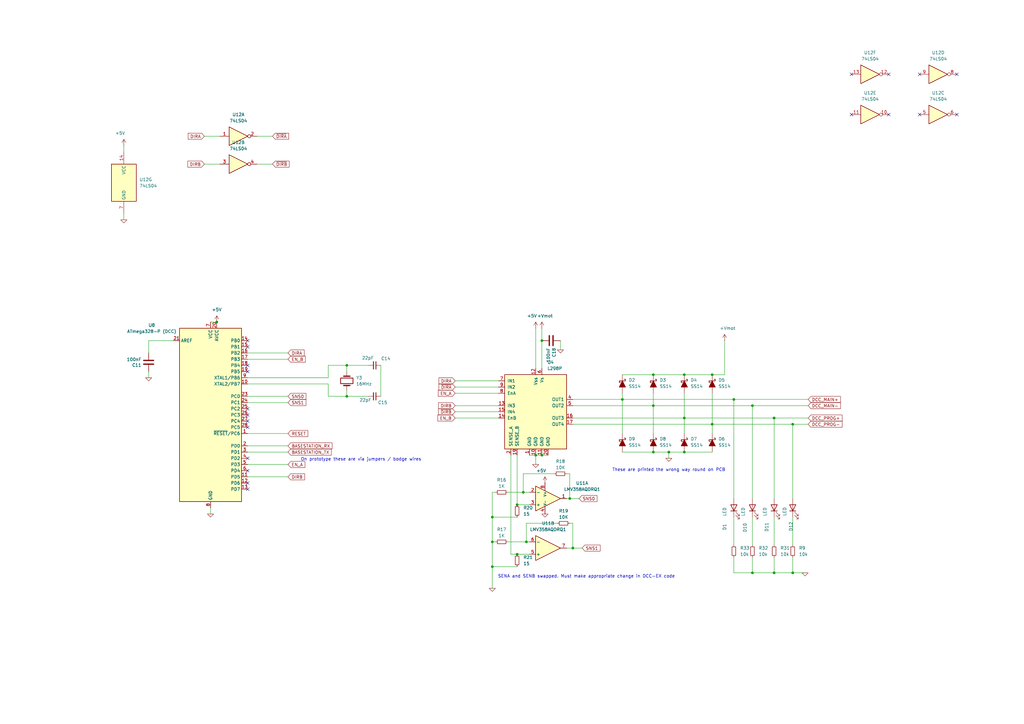
<source format=kicad_sch>
(kicad_sch (version 20231120) (generator "eeschema") (generator_version "8.0")
  (paper "A3")
  (lib_symbols
    (symbol "74xx:74LS04"
      (property "Reference" "U" (at 0 1.27 0))
      (property "Value" "74LS04" (at 0 -1.27 0))
      (symbol "74LS04_1_0"
        (polyline (pts (xy -3.81 3.81) (xy -3.81 -3.81) (xy 3.81 0) (xy -3.81 3.81)) (stroke (width 0.254)) (fill (type background)))
        (pin input line (at -7.62 0 0) (length 3.81) (name "~") (number "1"))
        (pin output inverted (at 7.62 0 180) (length 3.81) (name "~") (number "2"))
      )
      (symbol "74LS04_2_0"
        (polyline (pts (xy -3.81 3.81) (xy -3.81 -3.81) (xy 3.81 0) (xy -3.81 3.81)) (stroke (width 0.254)) (fill (type background)))
        (pin input line (at -7.62 0 0) (length 3.81) (name "~") (number "3"))
        (pin output inverted (at 7.62 0 180) (length 3.81) (name "~") (number "4"))
      )
      (symbol "74LS04_3_0"
        (polyline (pts (xy -3.81 3.81) (xy -3.81 -3.81) (xy 3.81 0) (xy -3.81 3.81)) (stroke (width 0.254)) (fill (type background)))
        (pin input line (at -7.62 0 0) (length 3.81) (name "~") (number "5"))
        (pin output inverted (at 7.62 0 180) (length 3.81) (name "~") (number "6"))
      )
      (symbol "74LS04_4_0"
        (polyline (pts (xy -3.81 3.81) (xy -3.81 -3.81) (xy 3.81 0) (xy -3.81 3.81)) (stroke (width 0.254)) (fill (type background)))
        (pin output inverted (at 7.62 0 180) (length 3.81) (name "~") (number "8"))
        (pin input line (at -7.62 0 0) (length 3.81) (name "~") (number "9"))
      )
      (symbol "74LS04_5_0"
        (polyline (pts (xy -3.81 3.81) (xy -3.81 -3.81) (xy 3.81 0) (xy -3.81 3.81)) (stroke (width 0.254)) (fill (type background)))
        (pin output inverted (at 7.62 0 180) (length 3.81) (name "~") (number "10"))
        (pin input line (at -7.62 0 0) (length 3.81) (name "~") (number "11"))
      )
      (symbol "74LS04_6_0"
        (polyline (pts (xy -3.81 3.81) (xy -3.81 -3.81) (xy 3.81 0) (xy -3.81 3.81)) (stroke (width 0.254)) (fill (type background)))
        (pin output inverted (at 7.62 0 180) (length 3.81) (name "~") (number "12"))
        (pin input line (at -7.62 0 0) (length 3.81) (name "~") (number "13"))
      )
      (symbol "74LS04_7_0"
        (pin power_in line (at 0 12.7 270) (length 5.08) (name "VCC") (number "14"))
        (pin power_in line (at 0 -12.7 90) (length 5.08) (name "GND") (number "7"))
      )
      (symbol "74LS04_7_1"
        (rectangle (start -5.08 7.62) (end 5.08 -7.62) (stroke (width 0.254)) (fill (type background)))
      )
    )
    (symbol "Device:C" (pin_numbers hide) (pin_names (offset 0.254))
      (property "Reference" "C" (at 0.635 2.54 0))
      (property "Value" "C" (at 0.635 -2.54 0))
      (symbol "C_0_1"
        (polyline (pts (xy -2.032 -0.762) (xy 2.032 -0.762)) (stroke (width 0.508)))
        (polyline (pts (xy -2.032 0.762) (xy 2.032 0.762)) (stroke (width 0.508)))
      )
      (symbol "C_1_1"
        (pin passive line (at 0 3.81 270) (length 2.794) (name "~") (number "1"))
        (pin passive line (at 0 -3.81 90) (length 2.794) (name "~") (number "2"))
      )
    )
    (symbol "Device:C_Small" (pin_numbers hide) (pin_names (offset 0.254) hide)
      (property "Reference" "C" (at 0.254 1.778 0))
      (property "Value" "C_Small" (at 0.254 -2.032 0))
      (symbol "C_Small_0_1"
        (polyline (pts (xy -1.524 -0.508) (xy 1.524 -0.508)) (stroke (width 0.3302)))
        (polyline (pts (xy -1.524 0.508) (xy 1.524 0.508)) (stroke (width 0.3048)))
      )
      (symbol "C_Small_1_1"
        (pin passive line (at 0 2.54 270) (length 2.032) (name "~") (number "1"))
        (pin passive line (at 0 -2.54 90) (length 2.032) (name "~") (number "2"))
      )
    )
    (symbol "Device:Crystal" (pin_numbers hide) (pin_names (offset 1.016) hide)
      (property "Reference" "Y" (at 0 3.81 0))
      (property "Value" "Crystal" (at 0 -3.81 0))
      (symbol "Crystal_0_1"
        (rectangle (start -1.143 2.54) (end 1.143 -2.54) (stroke (width 0.3048)))
        (polyline (pts (xy -2.54 0) (xy -1.905 0)))
        (polyline (pts (xy -1.905 -1.27) (xy -1.905 1.27)) (stroke (width 0.508)))
        (polyline (pts (xy 1.905 -1.27) (xy 1.905 1.27)) (stroke (width 0.508)))
        (polyline (pts (xy 2.54 0) (xy 1.905 0)))
      )
      (symbol "Crystal_1_1"
        (pin passive line (at -3.81 0 0) (length 1.27) (name "1") (number "1"))
        (pin passive line (at 3.81 0 180) (length 1.27) (name "2") (number "2"))
      )
    )
    (symbol "Device:LED" (pin_numbers hide) (pin_names (offset 1.016) hide)
      (property "Reference" "D" (at 0 2.54 0))
      (property "Value" "LED" (at 0 -2.54 0))
      (symbol "LED_0_1"
        (polyline (pts (xy -1.27 -1.27) (xy -1.27 1.27)) (stroke (width 0.254)))
        (polyline (pts (xy -1.27 0) (xy 1.27 0)))
        (polyline (pts (xy 1.27 -1.27) (xy 1.27 1.27) (xy -1.27 0) (xy 1.27 -1.27)) (stroke (width 0.254)))
        (polyline (pts (xy -3.048 -0.762) (xy -4.572 -2.286) (xy -3.81 -2.286) (xy -4.572 -2.286) (xy -4.572 -1.524)))
        (polyline (pts (xy -1.778 -0.762) (xy -3.302 -2.286) (xy -2.54 -2.286) (xy -3.302 -2.286) (xy -3.302 -1.524)))
      )
      (symbol "LED_1_1"
        (pin passive line (at -3.81 0 0) (length 2.54) (name "K") (number "1"))
        (pin passive line (at 3.81 0 180) (length 2.54) (name "A") (number "2"))
      )
    )
    (symbol "Device:R_Small" (pin_numbers hide) (pin_names (offset 0.254) hide)
      (property "Reference" "R" (at 0.762 0.508 0))
      (property "Value" "R_Small" (at 0.762 -1.016 0))
      (symbol "R_Small_0_1"
        (rectangle (start -0.762 1.778) (end 0.762 -1.778) (stroke (width 0.2032)))
      )
      (symbol "R_Small_1_1"
        (pin passive line (at 0 2.54 270) (length 0.762) (name "~") (number "1"))
        (pin passive line (at 0 -2.54 90) (length 0.762) (name "~") (number "2"))
      )
    )
    (symbol "Driver_Motor:L298P" (pin_names (offset 1.016))
      (property "Reference" "U4" (at 4.7341 20.32 0))
      (property "Value" "L298P" (at 4.7341 17.78 0))
      (symbol "L298P_0_1"
        (rectangle (start -12.7 15.24) (end 12.7 -15.24) (stroke (width 0.254)) (fill (type background)))
      )
      (symbol "L298P_1_1"
        (pin power_in line (at -2.54 -17.78 90) (length 2.54) (name "GND") (number "1"))
        (pin power_in line (at 0 -17.78 90) (length 2.54) (name "GND") (number "10"))
        (pin power_in line (at 2.54 -17.78 90) (length 2.54) (name "GND") (number "11"))
        (pin power_in line (at 0 17.78 270) (length 2.54) (name "Vss") (number "12"))
        (pin input line (at -15.24 2.54 0) (length 2.54) (name "IN3") (number "13"))
        (pin input line (at -15.24 -2.54 0) (length 2.54) (name "EnB") (number "14"))
        (pin input line (at -15.24 0 0) (length 2.54) (name "IN4") (number "15"))
        (pin output line (at 15.24 -2.54 180) (length 2.54) (name "OUT3") (number "16"))
        (pin output line (at 15.24 -5.08 180) (length 2.54) (name "OUT4") (number "17"))
        (pin no_connect line (at 12.7 10.16 180) (length 2.54) hide (name "NC") (number "18"))
        (pin passive line (at -7.62 -17.78 90) (length 2.54) (name "SENSE_B") (number "19"))
        (pin passive line (at -10.16 -17.78 90) (length 2.54) (name "SENSE_A") (number "2"))
        (pin power_in line (at 5.08 -17.78 90) (length 2.54) (name "GND") (number "20"))
        (pin no_connect line (at 12.7 12.7 180) (length 2.54) hide (name "NC") (number "3"))
        (pin output line (at 15.24 5.08 180) (length 2.54) (name "OUT1") (number "4"))
        (pin output line (at 15.24 2.54 180) (length 2.54) (name "OUT2") (number "5"))
        (pin power_in line (at 2.54 17.78 270) (length 2.54) (name "Vs") (number "6"))
        (pin input line (at -15.24 12.7 0) (length 2.54) (name "IN1") (number "7"))
        (pin input line (at -15.24 7.62 0) (length 2.54) (name "EnA") (number "8"))
        (pin input line (at -15.24 10.16 0) (length 2.54) (name "IN2") (number "9"))
      )
    )
    (symbol "MCU_Microchip_ATmega:ATmega328-P"
      (property "Reference" "U" (at -12.7 36.83 0))
      (property "Value" "ATmega328-P" (at 2.54 -36.83 0))
      (symbol "ATmega328-P_0_1"
        (rectangle (start -12.7 -35.56) (end 12.7 35.56) (stroke (width 0.254)) (fill (type background)))
      )
      (symbol "ATmega328-P_1_1"
        (pin bidirectional line (at 15.24 -7.62 180) (length 2.54) (name "~{RESET}/PC6") (number "1"))
        (pin bidirectional line (at 15.24 12.7 180) (length 2.54) (name "XTAL2/PB7") (number "10"))
        (pin bidirectional line (at 15.24 -25.4 180) (length 2.54) (name "PD5") (number "11"))
        (pin bidirectional line (at 15.24 -27.94 180) (length 2.54) (name "PD6") (number "12"))
        (pin bidirectional line (at 15.24 -30.48 180) (length 2.54) (name "PD7") (number "13"))
        (pin bidirectional line (at 15.24 30.48 180) (length 2.54) (name "PB0") (number "14"))
        (pin bidirectional line (at 15.24 27.94 180) (length 2.54) (name "PB1") (number "15"))
        (pin bidirectional line (at 15.24 25.4 180) (length 2.54) (name "PB2") (number "16"))
        (pin bidirectional line (at 15.24 22.86 180) (length 2.54) (name "PB3") (number "17"))
        (pin bidirectional line (at 15.24 20.32 180) (length 2.54) (name "PB4") (number "18"))
        (pin bidirectional line (at 15.24 17.78 180) (length 2.54) (name "PB5") (number "19"))
        (pin bidirectional line (at 15.24 -12.7 180) (length 2.54) (name "PD0") (number "2"))
        (pin power_in line (at 2.54 38.1 270) (length 2.54) (name "AVCC") (number "20"))
        (pin passive line (at -15.24 30.48 0) (length 2.54) (name "AREF") (number "21"))
        (pin passive line (at 0 -38.1 90) (length 2.54) hide (name "GND") (number "22"))
        (pin bidirectional line (at 15.24 7.62 180) (length 2.54) (name "PC0") (number "23"))
        (pin bidirectional line (at 15.24 5.08 180) (length 2.54) (name "PC1") (number "24"))
        (pin bidirectional line (at 15.24 2.54 180) (length 2.54) (name "PC2") (number "25"))
        (pin bidirectional line (at 15.24 0 180) (length 2.54) (name "PC3") (number "26"))
        (pin bidirectional line (at 15.24 -2.54 180) (length 2.54) (name "PC4") (number "27"))
        (pin bidirectional line (at 15.24 -5.08 180) (length 2.54) (name "PC5") (number "28"))
        (pin bidirectional line (at 15.24 -15.24 180) (length 2.54) (name "PD1") (number "3"))
        (pin bidirectional line (at 15.24 -17.78 180) (length 2.54) (name "PD2") (number "4"))
        (pin bidirectional line (at 15.24 -20.32 180) (length 2.54) (name "PD3") (number "5"))
        (pin bidirectional line (at 15.24 -22.86 180) (length 2.54) (name "PD4") (number "6"))
        (pin power_in line (at 0 38.1 270) (length 2.54) (name "VCC") (number "7"))
        (pin power_in line (at 0 -38.1 90) (length 2.54) (name "GND") (number "8"))
        (pin bidirectional line (at 15.24 15.24 180) (length 2.54) (name "XTAL1/PB6") (number "9"))
      )
    )
    (symbol "PCM_Amplifier_Operational_AKL:LMV358M8" (pin_names (offset 0.2))
      (property "Reference" "U" (at 2.54 7.62 0))
      (property "Value" "LMV358M8" (at 2.54 5.08 0))
      (symbol "LMV358M8_0_1"
        (polyline (pts (xy -3.81 5.08) (xy -3.81 -5.08) (xy 6.35 0) (xy -3.81 5.08)) (stroke (width 0.254)) (fill (type background)))
      )
      (symbol "LMV358M8_1_1"
        (pin output line (at 8.89 0 180) (length 2.54) (name "~") (number "1"))
        (pin input line (at -6.35 2.54 0) (length 2.54) (name "-") (number "2"))
        (pin input line (at -6.35 -2.54 0) (length 2.54) (name "+") (number "3"))
        (pin power_in line (at 0 -6.35 90) (length 3.18) (name "V-") (number "4"))
        (pin power_in line (at 0 6.35 270) (length 3.18) (name "V+") (number "8"))
      )
      (symbol "LMV358M8_2_1"
        (pin input line (at -6.35 -2.54 0) (length 2.54) (name "+") (number "5"))
        (pin input line (at -6.35 2.54 0) (length 2.54) (name "-") (number "6"))
        (pin output line (at 8.89 0 180) (length 2.54) (name "~") (number "7"))
      )
    )
    (symbol "PCM_Diode_Schottky_AKL:D_Schottky_Generic" (pin_numbers hide) (pin_names (offset 1.016) hide)
      (property "Reference" "D" (at 0 7.62 0))
      (property "Value" "D_Schottky_Generic" (at 0 5.08 0))
      (symbol "D_Schottky_Generic_0_1"
        (polyline (pts (xy -1.27 0) (xy 1.27 0)))
        (polyline (pts (xy -1.27 -1.27) (xy -1.27 1.27) (xy 1.27 0) (xy -1.27 -1.27)) (stroke (width 0.254)) (fill (type outline)))
        (polyline (pts (xy 1.905 -0.762) (xy 1.905 -1.27) (xy 1.27 -1.27) (xy 1.27 1.27) (xy 0.635 1.27) (xy 0.635 0.762)) (stroke (width 0.254)))
      )
      (symbol "D_Schottky_Generic_0_2"
        (polyline (pts (xy -2.54 -2.54) (xy 2.54 2.54)))
        (polyline (pts (xy 0 1.778) (xy 1.778 0)) (stroke (width 0.254)))
        (polyline (pts (xy 0 1.778) (xy -0.381 1.397) (xy 0 1.016)) (stroke (width 0.254)))
        (polyline (pts (xy 1.778 0) (xy 2.159 0.381) (xy 1.778 0.762)) (stroke (width 0.254)))
        (polyline (pts (xy -0.889 -0.889) (xy -1.778 0) (xy 0.889 0.889) (xy 0 -1.778) (xy -0.889 -0.889)) (stroke (width 0.254)) (fill (type outline)))
      )
      (symbol "D_Schottky_Generic_1_1"
        (pin passive line (at 3.81 0 180) (length 2.54) (name "K") (number "1"))
        (pin passive line (at -3.81 0 0) (length 2.54) (name "A") (number "2"))
      )
      (symbol "D_Schottky_Generic_1_2"
        (pin passive line (at 2.54 2.54 180) (length 0) (name "K") (number "1"))
        (pin passive line (at -2.54 -2.54 0) (length 0) (name "A") (number "2"))
      )
    )
    (symbol "power:+15V" (power) (pin_numbers hide) (pin_names (offset 0) hide)
      (property "Value" "+15V" (at 0 3.556 0))
      (symbol "+15V_0_1"
        (polyline (pts (xy -0.762 1.27) (xy 0 2.54)))
        (polyline (pts (xy 0 0) (xy 0 2.54)))
        (polyline (pts (xy 0 2.54) (xy 0.762 1.27)))
      )
      (symbol "+15V_1_1"
        (pin power_in line (at 0 0 90) (length 0) (name "~") (number "1"))
      )
    )
    (symbol "power:+5V" (power) (pin_numbers hide) (pin_names (offset 0) hide)
      (property "Value" "+5V" (at 0 3.556 0))
      (symbol "+5V_0_1"
        (polyline (pts (xy -0.762 1.27) (xy 0 2.54)))
        (polyline (pts (xy 0 0) (xy 0 2.54)))
        (polyline (pts (xy 0 2.54) (xy 0.762 1.27)))
      )
      (symbol "+5V_1_1"
        (pin power_in line (at 0 0 90) (length 0) (name "~") (number "1"))
      )
    )
    (symbol "railway-rescue:GND-power" (power) (pin_names (offset 0))
      (symbol "GND-power_0_1"
        (polyline (pts (xy -1.27 0) (xy 0 -1.27) (xy 1.27 0) (xy -1.27 0)))
      )
      (symbol "GND-power_1_1"
        (pin power_in line (at 0 0 90) (length 0) hide (name "GND") (number "1"))
      )
    )
  )
  (junction (at 292.1 153.67))
  (junction (at 317.5 234.95))
  (junction (at 274.32 185.42))
  (junction (at 212.09 207.01))
  (junction (at 317.5 171.45))
  (junction (at 201.93 212.09))
  (junction (at 215.9 222.25))
  (junction (at 308.61 234.95))
  (junction (at 292.1 173.99))
  (junction (at 88.9 132.08))
  (junction (at 308.61 166.37))
  (junction (at 300.99 163.83))
  (junction (at 142.24 162.56))
  (junction (at 212.09 227.33))
  (junction (at 267.97 153.67))
  (junction (at 267.97 185.42))
  (junction (at 222.25 186.69))
  (junction (at 142.24 149.86))
  (junction (at 234.95 224.79))
  (junction (at 280.67 185.42))
  (junction (at 325.12 173.99))
  (junction (at 325.12 234.95))
  (junction (at 280.67 171.45))
  (junction (at 214.63 201.93))
  (junction (at 201.93 232.41))
  (junction (at 255.27 163.83))
  (junction (at 201.93 222.25))
  (junction (at 233.68 204.47))
  (junction (at 280.67 153.67))
  (junction (at 222.25 139.7))
  (junction (at 267.97 166.37))
  (junction (at 219.71 186.69))
  (no_connect (at 392.43 30.48))
  (no_connect (at 101.6 193.04))
  (no_connect (at 101.6 175.26))
  (no_connect (at 377.19 30.48))
  (no_connect (at 364.49 46.99))
  (no_connect (at 101.6 167.64))
  (no_connect (at 101.6 152.4))
  (no_connect (at 101.6 200.66))
  (no_connect (at 377.19 46.99))
  (no_connect (at 101.6 139.7))
  (no_connect (at 392.43 46.99))
  (no_connect (at 349.25 46.99))
  (no_connect (at 101.6 187.96))
  (no_connect (at 101.6 172.72))
  (no_connect (at 101.6 170.18))
  (no_connect (at 349.25 30.48))
  (no_connect (at 364.49 30.48))
  (no_connect (at 101.6 142.24))
  (no_connect (at 101.6 149.86))
  (no_connect (at 101.6 198.12))
  (wire (pts (xy 292.1 153.67) (xy 297.18 153.67)))
  (wire (pts (xy 233.68 204.47) (xy 237.49 204.47)))
  (wire (pts (xy 71.12 139.7) (xy 60.96 139.7)))
  (wire (pts (xy 209.55 186.69) (xy 209.55 227.33)))
  (wire (pts (xy 274.32 187.96) (xy 274.32 185.42)))
  (wire (pts (xy 227.33 194.31) (xy 214.63 194.31)))
  (wire (pts (xy 105.41 67.31) (xy 111.76 67.31)))
  (wire (pts (xy 280.67 171.45) (xy 317.5 171.45)))
  (wire (pts (xy 255.27 161.29) (xy 255.27 163.83)))
  (wire (pts (xy 300.99 163.83) (xy 331.47 163.83)))
  (wire (pts (xy 201.93 222.25) (xy 201.93 232.41)))
  (wire (pts (xy 234.95 163.83) (xy 255.27 163.83)))
  (wire (pts (xy 325.12 173.99) (xy 331.47 173.99)))
  (wire (pts (xy 228.6 214.63) (xy 215.9 214.63)))
  (wire (pts (xy 209.55 227.33) (xy 212.09 227.33)))
  (wire (pts (xy 292.1 161.29) (xy 292.1 173.99)))
  (wire (pts (xy 267.97 161.29) (xy 267.97 166.37)))
  (wire (pts (xy 186.69 168.91) (xy 204.47 168.91)))
  (wire (pts (xy 234.95 173.99) (xy 292.1 173.99)))
  (wire (pts (xy 300.99 234.95) (xy 308.61 234.95)))
  (wire (pts (xy 101.6 195.58) (xy 118.11 195.58)))
  (wire (pts (xy 229.87 139.7) (xy 229.87 143.51)))
  (wire (pts (xy 219.71 186.69) (xy 222.25 186.69)))
  (wire (pts (xy 83.82 67.31) (xy 90.17 67.31)))
  (wire (pts (xy 233.68 214.63) (xy 234.95 214.63)))
  (wire (pts (xy 317.5 171.45) (xy 331.47 171.45)))
  (wire (pts (xy 134.62 162.56) (xy 142.24 162.56)))
  (wire (pts (xy 101.6 147.32) (xy 118.11 147.32)))
  (wire (pts (xy 292.1 173.99) (xy 292.1 177.8)))
  (wire (pts (xy 101.6 185.42) (xy 118.11 185.42)))
  (wire (pts (xy 105.41 55.88) (xy 111.76 55.88)))
  (wire (pts (xy 267.97 166.37) (xy 308.61 166.37)))
  (wire (pts (xy 325.12 228.6) (xy 325.12 234.95)))
  (wire (pts (xy 267.97 153.67) (xy 280.67 153.67)))
  (wire (pts (xy 300.99 163.83) (xy 300.99 204.47)))
  (wire (pts (xy 215.9 214.63) (xy 215.9 222.25)))
  (wire (pts (xy 308.61 228.6) (xy 308.61 234.95)))
  (wire (pts (xy 142.24 162.56) (xy 151.13 162.56)))
  (wire (pts (xy 222.25 134.62) (xy 222.25 139.7)))
  (wire (pts (xy 212.09 227.33) (xy 217.17 227.33)))
  (wire (pts (xy 297.18 153.67) (xy 297.18 139.7)))
  (wire (pts (xy 204.47 171.45) (xy 186.69 171.45)))
  (wire (pts (xy 232.41 224.79) (xy 234.95 224.79)))
  (wire (pts (xy 201.93 222.25) (xy 203.2 222.25)))
  (wire (pts (xy 267.97 166.37) (xy 267.97 177.8)))
  (wire (pts (xy 232.41 204.47) (xy 233.68 204.47)))
  (wire (pts (xy 219.71 134.62) (xy 219.71 151.13)))
  (wire (pts (xy 233.68 194.31) (xy 233.68 204.47)))
  (wire (pts (xy 274.32 185.42) (xy 280.67 185.42)))
  (wire (pts (xy 255.27 163.83) (xy 300.99 163.83)))
  (wire (pts (xy 214.63 194.31) (xy 214.63 201.93)))
  (wire (pts (xy 186.69 156.21) (xy 204.47 156.21)))
  (wire (pts (xy 134.62 157.48) (xy 134.62 162.56)))
  (wire (pts (xy 212.09 186.69) (xy 212.09 207.01)))
  (wire (pts (xy 234.95 171.45) (xy 280.67 171.45)))
  (wire (pts (xy 203.2 201.93) (xy 201.93 201.93)))
  (wire (pts (xy 50.8 59.69) (xy 50.8 62.23)))
  (wire (pts (xy 134.62 154.94) (xy 134.62 149.86)))
  (wire (pts (xy 60.96 152.4) (xy 60.96 154.94)))
  (wire (pts (xy 308.61 166.37) (xy 331.47 166.37)))
  (wire (pts (xy 232.41 194.31) (xy 233.68 194.31)))
  (wire (pts (xy 215.9 222.25) (xy 217.17 222.25)))
  (wire (pts (xy 222.25 186.69) (xy 224.79 186.69)))
  (wire (pts (xy 255.27 163.83) (xy 255.27 177.8)))
  (wire (pts (xy 234.95 224.79) (xy 238.76 224.79)))
  (wire (pts (xy 325.12 212.09) (xy 325.12 223.52)))
  (wire (pts (xy 186.69 161.29) (xy 204.47 161.29)))
  (wire (pts (xy 101.6 165.1) (xy 118.11 165.1)))
  (wire (pts (xy 234.95 214.63) (xy 234.95 224.79)))
  (wire (pts (xy 300.99 228.6) (xy 300.99 234.95)))
  (wire (pts (xy 325.12 204.47) (xy 325.12 173.99)))
  (wire (pts (xy 308.61 212.09) (xy 308.61 223.52)))
  (wire (pts (xy 255.27 185.42) (xy 267.97 185.42)))
  (wire (pts (xy 317.5 228.6) (xy 317.5 234.95)))
  (wire (pts (xy 219.71 186.69) (xy 219.71 190.5)))
  (wire (pts (xy 325.12 234.95) (xy 330.2 234.95)))
  (wire (pts (xy 201.93 232.41) (xy 212.09 232.41)))
  (wire (pts (xy 201.93 201.93) (xy 201.93 212.09)))
  (wire (pts (xy 101.6 177.8) (xy 118.11 177.8)))
  (wire (pts (xy 101.6 154.94) (xy 134.62 154.94)))
  (wire (pts (xy 142.24 149.86) (xy 151.13 149.86)))
  (wire (pts (xy 217.17 186.69) (xy 219.71 186.69)))
  (wire (pts (xy 317.5 171.45) (xy 317.5 204.47)))
  (wire (pts (xy 280.67 153.67) (xy 292.1 153.67)))
  (wire (pts (xy 201.93 232.41) (xy 201.93 241.3)))
  (wire (pts (xy 222.25 139.7) (xy 222.25 151.13)))
  (wire (pts (xy 292.1 173.99) (xy 325.12 173.99)))
  (wire (pts (xy 156.21 149.86) (xy 156.21 162.56)))
  (wire (pts (xy 142.24 149.86) (xy 142.24 152.4)))
  (wire (pts (xy 101.6 157.48) (xy 134.62 157.48)))
  (wire (pts (xy 134.62 149.86) (xy 142.24 149.86)))
  (wire (pts (xy 50.8 87.63) (xy 50.8 90.17)))
  (wire (pts (xy 214.63 201.93) (xy 208.28 201.93)))
  (wire (pts (xy 201.93 212.09) (xy 212.09 212.09)))
  (wire (pts (xy 317.5 234.95) (xy 325.12 234.95)))
  (wire (pts (xy 308.61 166.37) (xy 308.61 204.47)))
  (wire (pts (xy 308.61 234.95) (xy 317.5 234.95)))
  (wire (pts (xy 280.67 171.45) (xy 280.67 177.8)))
  (wire (pts (xy 86.36 132.08) (xy 88.9 132.08)))
  (wire (pts (xy 83.82 55.88) (xy 90.17 55.88)))
  (wire (pts (xy 201.93 212.09) (xy 201.93 222.25)))
  (wire (pts (xy 101.6 182.88) (xy 118.11 182.88)))
  (wire (pts (xy 101.6 162.56) (xy 118.11 162.56)))
  (wire (pts (xy 212.09 207.01) (xy 217.17 207.01)))
  (wire (pts (xy 142.24 160.02) (xy 142.24 162.56)))
  (wire (pts (xy 186.69 158.75) (xy 204.47 158.75)))
  (wire (pts (xy 280.67 161.29) (xy 280.67 171.45)))
  (wire (pts (xy 267.97 185.42) (xy 274.32 185.42)))
  (wire (pts (xy 186.69 166.37) (xy 204.47 166.37)))
  (wire (pts (xy 255.27 153.67) (xy 267.97 153.67)))
  (wire (pts (xy 217.17 201.93) (xy 214.63 201.93)))
  (wire (pts (xy 86.36 208.28) (xy 86.36 210.82)))
  (wire (pts (xy 300.99 212.09) (xy 300.99 223.52)))
  (wire (pts (xy 60.96 139.7) (xy 60.96 144.78)))
  (wire (pts (xy 234.95 166.37) (xy 267.97 166.37)))
  (wire (pts (xy 317.5 212.09) (xy 317.5 223.52)))
  (wire (pts (xy 280.67 185.42) (xy 292.1 185.42)))
  (wire (pts (xy 101.6 190.5) (xy 118.11 190.5)))
  (wire (pts (xy 101.6 144.78) (xy 118.11 144.78)))
  (wire (pts (xy 208.28 222.25) (xy 215.9 222.25)))
  (text "On prototype these are via jumpers / bodge wires" (at 148.082 188.468 0) (effects (font (size 1.27 1.27))))
  (text "SENA and SENB swapped. Must make appropriate change in DCC-EX code" (at 240.538 236.474 0) (effects (font (size 1.27 1.27))))
  (text "These are printed the wrong way round on PCB" (at 274.32 192.786 0) (effects (font (size 1.27 1.27))))
  (global_label "~{DIRB}" (shape input) (at 186.69 168.91 180) (property "Intersheetrefs" "${INTERSHEET_REFS}" (effects (hide yes))))
  (global_label "DCC_PROG-" (shape input) (at 331.47 173.99 0) (property "Intersheetrefs" "${INTERSHEET_REFS}" (effects (hide yes))))
  (global_label "SNS1" (shape input) (at 238.76 224.79 0) (property "Intersheetrefs" "${INTERSHEET_REFS}" (effects (hide yes))))
  (global_label "DIRA" (shape input) (at 83.82 55.88 180) (property "Intersheetrefs" "${INTERSHEET_REFS}" (effects (hide yes))))
  (global_label "SNS0" (shape input) (at 118.11 162.56 0) (property "Intersheetrefs" "${INTERSHEET_REFS}" (effects (hide yes))))
  (global_label "BASESTATION_RX" (shape input) (at 118.11 182.88 0) (property "Intersheetrefs" "${INTERSHEET_REFS}" (effects (hide yes))))
  (global_label "DCC_MAIN-" (shape input) (at 331.47 166.37 0) (property "Intersheetrefs" "${INTERSHEET_REFS}" (effects (hide yes))))
  (global_label "DIRA" (shape input) (at 186.69 156.21 180) (property "Intersheetrefs" "${INTERSHEET_REFS}" (effects (hide yes))))
  (global_label "SNS1" (shape input) (at 118.11 165.1 0) (property "Intersheetrefs" "${INTERSHEET_REFS}" (effects (hide yes))))
  (global_label "DCC_MAIN+" (shape input) (at 331.47 163.83 0) (property "Intersheetrefs" "${INTERSHEET_REFS}" (effects (hide yes))))
  (global_label "EN_A" (shape input) (at 118.11 190.5 0) (property "Intersheetrefs" "${INTERSHEET_REFS}" (effects (hide yes))))
  (global_label "~{DIRB}" (shape input) (at 111.76 67.31 0) (property "Intersheetrefs" "${INTERSHEET_REFS}" (effects (hide yes))))
  (global_label "RESET" (shape input) (at 118.11 177.8 0) (property "Intersheetrefs" "${INTERSHEET_REFS}" (effects (hide yes))))
  (global_label "EN_B" (shape input) (at 118.11 147.32 0) (property "Intersheetrefs" "${INTERSHEET_REFS}" (effects (hide yes))))
  (global_label "DIRA" (shape input) (at 118.11 144.78 0) (property "Intersheetrefs" "${INTERSHEET_REFS}" (effects (hide yes))))
  (global_label "SNS0" (shape input) (at 237.49 204.47 0) (property "Intersheetrefs" "${INTERSHEET_REFS}" (effects (hide yes))))
  (global_label "EN_B" (shape input) (at 186.69 171.45 180) (property "Intersheetrefs" "${INTERSHEET_REFS}" (effects (hide yes))))
  (global_label "BASESTATION_TX" (shape input) (at 118.11 185.42 0) (property "Intersheetrefs" "${INTERSHEET_REFS}" (effects (hide yes))))
  (global_label "DIRB" (shape input) (at 83.82 67.31 180) (property "Intersheetrefs" "${INTERSHEET_REFS}" (effects (hide yes))))
  (global_label "DIRB" (shape input) (at 186.69 166.37 180) (property "Intersheetrefs" "${INTERSHEET_REFS}" (effects (hide yes))))
  (global_label "EN_A" (shape input) (at 186.69 161.29 180) (property "Intersheetrefs" "${INTERSHEET_REFS}" (effects (hide yes))))
  (global_label "~{DIRA}" (shape input) (at 111.76 55.88 0) (property "Intersheetrefs" "${INTERSHEET_REFS}" (effects (hide yes))))
  (global_label "DIRB" (shape input) (at 118.11 195.58 0) (property "Intersheetrefs" "${INTERSHEET_REFS}" (effects (hide yes))))
  (global_label "~{DIRA}" (shape input) (at 186.69 158.75 180) (property "Intersheetrefs" "${INTERSHEET_REFS}" (effects (hide yes))))
  (global_label "DCC_PROG+" (shape input) (at 331.47 171.45 0) (property "Intersheetrefs" "${INTERSHEET_REFS}" (effects (hide yes))))
  (symbol (lib_id "PCM_Diode_Schottky_AKL:D_Schottky_Generic") (at 267.97 157.48 90) (unit 1)
    (property "Reference" "D3" (at 270.51 155.8924 90) (effects (justify right)))
    (property "Value" "SS14" (at 270.51 158.4324 90) (effects (justify right)))
    (property "Footprint" "PCM_Diode_SMD_AKL:D_SMA_Handsoldering" (effects (hide yes)))
    (property "Description" "Schottky diode, Generic Symbol, Alternate KiCAD Library" (effects (hide yes)))
  )
  (symbol (lib_id "PCM_Diode_Schottky_AKL:D_Schottky_Generic") (at 280.67 157.48 90) (unit 1)
    (property "Reference" "D4" (at 283.21 155.8924 90) (effects (justify right)))
    (property "Value" "SS14" (at 283.21 158.4324 90) (effects (justify right)))
    (property "Footprint" "PCM_Diode_SMD_AKL:D_SMA_Handsoldering" (effects (hide yes)))
    (property "Description" "Schottky diode, Generic Symbol, Alternate KiCAD Library" (effects (hide yes)))
  )
  (symbol (lib_id "Device:C") (at 226.06 139.7 270) (unit 1)
    (property "Reference" "C18" (at 227.2284 142.621 0) (effects (justify left)))
    (property "Value" "100nF" (at 224.917 142.621 0) (effects (justify left)))
    (property "Footprint" "Capacitor_SMD:C_0805_2012Metric_Pad1.18x1.45mm_HandSolder" (effects (hide yes)))
    (property "Description" "Unpolarized capacitor" (effects (hide yes)))
  )
  (symbol (lib_id "PCM_Diode_Schottky_AKL:D_Schottky_Generic") (at 255.27 157.48 90) (unit 1)
    (property "Reference" "D2" (at 257.81 155.8924 90) (effects (justify right)))
    (property "Value" "SS14" (at 257.81 158.4324 90) (effects (justify right)))
    (property "Footprint" "PCM_Diode_SMD_AKL:D_SMA_Handsoldering" (effects (hide yes)))
    (property "Description" "Schottky diode, Generic Symbol, Alternate KiCAD Library" (effects (hide yes)))
  )
  (symbol (lib_id "Device:Crystal") (at 142.24 156.21 90) (unit 1)
    (property "Reference" "Y3" (at 146.05 154.9399 90) (effects (justify right)))
    (property "Value" "16MHz" (at 146.05 157.4799 90) (effects (justify right)))
    (property "Footprint" "Crystal:Crystal_SMD_ECS_CSM3X-2Pin_7.6x4.1mm" (effects (hide yes)))
    (property "Description" "Two pin crystal" (effects (hide yes)))
  )
  (symbol (lib_id "Device:LED") (at 325.12 208.28 90) (unit 1)
    (property "Reference" "D12" (at 324.358 215.9 0))
    (property "Value" "LED" (at 321.818 209.804 0))
    (property "Footprint" "LED_SMD:LED_0805_2012Metric_Pad1.15x1.40mm_HandSolder" (effects (hide yes)))
    (property "Description" "Light emitting diode" (effects (hide yes)))
  )
  (symbol (lib_id "railway-rescue:GND-power") (at 201.93 241.3 0) (unit 1)
    (property "Reference" "#PWR041" (effects (hide yes)))
    (property "Value" "GND" (effects (hide yes)))
  )
  (symbol (lib_id "PCM_Diode_Schottky_AKL:D_Schottky_Generic") (at 292.1 181.61 90) (unit 1)
    (property "Reference" "D6" (at 294.64 180.0224 90) (effects (justify right)))
    (property "Value" "SS14" (at 294.64 182.5624 90) (effects (justify right)))
    (property "Footprint" "PCM_Diode_SMD_AKL:D_SMA_Handsoldering" (effects (hide yes)))
    (property "Description" "Schottky diode, Generic Symbol, Alternate KiCAD Library" (effects (hide yes)))
  )
  (symbol (lib_id "power:+15V") (at 297.18 139.7 0) (unit 1)
    (property "Reference" "#PWR025" (effects (hide yes)))
    (property "Value" "+Vmot" (at 298.45 134.62 0))
    (property "Description" "Power symbol creates a global label with name \"+15V\"" (effects (hide yes)))
  )
  (symbol (lib_id "power:+5V") (at 223.52 198.12 0) (unit 1)
    (property "Reference" "#PWR047" (effects (hide yes)))
    (property "Value" "+5V" (at 221.996 193.04 0))
    (property "Description" "Power symbol creates a global label with name \"+5V\"" (effects (hide yes)))
  )
  (symbol (lib_id "Device:C") (at 60.96 148.59 180) (unit 1)
    (property "Reference" "C11" (at 58.039 149.7584 0) (effects (justify left)))
    (property "Value" "100nF" (at 58.039 147.447 0) (effects (justify left)))
    (property "Footprint" "Capacitor_SMD:C_0805_2012Metric_Pad1.18x1.45mm_HandSolder" (effects (hide yes)))
    (property "Description" "Unpolarized capacitor" (effects (hide yes)))
  )
  (symbol (lib_id "Device:R_Small") (at 231.14 214.63 90) (unit 1)
    (property "Reference" "R19" (at 231.14 209.55 90))
    (property "Value" "10K" (at 231.14 212.09 90))
    (property "Footprint" "Resistor_SMD:R_0805_2012Metric_Pad1.20x1.40mm_HandSolder" (effects (hide yes)))
    (property "Description" "Resistor, small symbol" (effects (hide yes)))
  )
  (symbol (lib_id "74xx:74LS04") (at 356.87 30.48 0) (unit 6)
    (property "Reference" "U12" (at 356.87 21.59 0))
    (property "Value" "74LS04" (at 356.87 24.13 0))
    (property "Footprint" "Package_SO:SOIC-14_3.9x8.7mm_P1.27mm" (effects (hide yes)))
    (property "Datasheet" "http://www.ti.com/lit/gpn/sn74LS04" (effects (hide yes)))
    (property "Description" "Hex Inverter" (effects (hide yes)))
  )
  (symbol (lib_id "Device:R_Small") (at 325.12 226.06 0) (unit 1)
    (property "Reference" "R9" (at 327.66 224.7899 0) (effects (justify left)))
    (property "Value" "10k" (at 327.66 227.3299 0) (effects (justify left)))
    (property "Footprint" "Resistor_SMD:R_0805_2012Metric_Pad1.20x1.40mm_HandSolder" (effects (hide yes)))
    (property "Description" "Resistor, small symbol" (effects (hide yes)))
  )
  (symbol (lib_id "PCM_Diode_Schottky_AKL:D_Schottky_Generic") (at 292.1 157.48 90) (unit 1)
    (property "Reference" "D5" (at 294.64 155.8924 90) (effects (justify right)))
    (property "Value" "SS14" (at 294.64 158.4324 90) (effects (justify right)))
    (property "Footprint" "PCM_Diode_SMD_AKL:D_SMA_Handsoldering" (effects (hide yes)))
    (property "Description" "Schottky diode, Generic Symbol, Alternate KiCAD Library" (effects (hide yes)))
  )
  (symbol (lib_id "power:+5V") (at 50.8 59.69 0) (unit 1)
    (property "Reference" "#PWR039" (effects (hide yes)))
    (property "Value" "+5V" (at 49.276 54.61 0))
    (property "Description" "Power symbol creates a global label with name \"+5V\"" (effects (hide yes)))
  )
  (symbol (lib_id "railway-rescue:GND-power") (at 274.32 187.96 0) (unit 1)
    (property "Reference" "#PWR024" (effects (hide yes)))
    (property "Value" "GND" (effects (hide yes)))
  )
  (symbol (lib_id "PCM_Diode_Schottky_AKL:D_Schottky_Generic") (at 255.27 181.61 90) (unit 1)
    (property "Reference" "D9" (at 257.81 180.0224 90) (effects (justify right)))
    (property "Value" "SS14" (at 257.81 182.5624 90) (effects (justify right)))
    (property "Footprint" "PCM_Diode_SMD_AKL:D_SMA_Handsoldering" (effects (hide yes)))
    (property "Description" "Schottky diode, Generic Symbol, Alternate KiCAD Library" (effects (hide yes)))
  )
  (symbol (lib_id "74xx:74LS04") (at 50.8 74.93 0) (unit 7)
    (property "Reference" "U12" (at 57.15 73.6599 0) (effects (justify left)))
    (property "Value" "74LS04" (at 57.15 76.1999 0) (effects (justify left)))
    (property "Footprint" "Package_SO:SOIC-14_3.9x8.7mm_P1.27mm" (effects (hide yes)))
    (property "Datasheet" "http://www.ti.com/lit/gpn/sn74LS04" (effects (hide yes)))
    (property "Description" "Hex Inverter" (effects (hide yes)))
  )
  (symbol (lib_id "Device:R_Small") (at 205.74 201.93 90) (unit 1)
    (property "Reference" "R16" (at 205.74 196.85 90))
    (property "Value" "1K" (at 205.74 199.39 90))
    (property "Footprint" "Resistor_SMD:R_0805_2012Metric_Pad1.20x1.40mm_HandSolder" (effects (hide yes)))
    (property "Description" "Resistor, small symbol" (effects (hide yes)))
  )
  (symbol (lib_id "PCM_Diode_Schottky_AKL:D_Schottky_Generic") (at 267.97 181.61 90) (unit 1)
    (property "Reference" "D8" (at 270.51 180.0224 90) (effects (justify right)))
    (property "Value" "SS14" (at 270.51 182.5624 90) (effects (justify right)))
    (property "Footprint" "PCM_Diode_SMD_AKL:D_SMA_Handsoldering" (effects (hide yes)))
    (property "Description" "Schottky diode, Generic Symbol, Alternate KiCAD Library" (effects (hide yes)))
  )
  (symbol (lib_id "74xx:74LS04") (at 384.81 46.99 0) (unit 3)
    (property "Reference" "U12" (at 384.81 38.1 0))
    (property "Value" "74LS04" (at 384.81 40.64 0))
    (property "Footprint" "Package_SO:SOIC-14_3.9x8.7mm_P1.27mm" (effects (hide yes)))
    (property "Datasheet" "http://www.ti.com/lit/gpn/sn74LS04" (effects (hide yes)))
    (property "Description" "Hex Inverter" (effects (hide yes)))
  )
  (symbol (lib_id "Device:R_Small") (at 300.99 226.06 0) (unit 1)
    (property "Reference" "R33" (at 303.53 224.7899 0) (effects (justify left)))
    (property "Value" "10k" (at 303.53 227.3299 0) (effects (justify left)))
    (property "Footprint" "Resistor_SMD:R_0805_2012Metric_Pad1.20x1.40mm_HandSolder" (effects (hide yes)))
    (property "Description" "Resistor, small symbol" (effects (hide yes)))
  )
  (symbol (lib_id "74xx:74LS04") (at 356.87 46.99 0) (unit 5)
    (property "Reference" "U12" (at 356.87 38.1 0))
    (property "Value" "74LS04" (at 356.87 40.64 0))
    (property "Footprint" "Package_SO:SOIC-14_3.9x8.7mm_P1.27mm" (effects (hide yes)))
    (property "Datasheet" "http://www.ti.com/lit/gpn/sn74LS04" (effects (hide yes)))
    (property "Description" "Hex Inverter" (effects (hide yes)))
  )
  (symbol (lib_id "power:+15V") (at 222.25 134.62 0) (unit 1)
    (property "Reference" "#PWR022" (effects (hide yes)))
    (property "Value" "+Vmot" (at 223.52 129.54 0))
    (property "Description" "Power symbol creates a global label with name \"+15V\"" (effects (hide yes)))
  )
  (symbol (lib_id "PCM_Amplifier_Operational_AKL:LMV358M8") (at 223.52 224.79 0) (unit 2)
    (property "Reference" "U11" (at 224.79 214.63 0))
    (property "Value" "LMV358AQDRQ1" (at 224.79 217.17 0))
    (property "Footprint" "PCM_Package_SO_AKL:SSOP-8_3.9x5.05mm_P1.27mm" (effects (hide yes)))
    (property "Datasheet" "https://www.diodes.com/assets/Datasheets/LMV321_358.pdf" (effects (hide yes)))
    (property "Description" "MSOP-8 Dual CMOS Rail-to-Rail Operational Amplifier, 7mV Offset, 1MHz GBW, Alternate KiCAD Library" (effects (hide yes)))
  )
  (symbol (lib_id "74xx:74LS04") (at 384.81 30.48 0) (unit 4)
    (property "Reference" "U12" (at 384.81 21.59 0))
    (property "Value" "74LS04" (at 384.81 24.13 0))
    (property "Footprint" "Package_SO:SOIC-14_3.9x8.7mm_P1.27mm" (effects (hide yes)))
    (property "Datasheet" "http://www.ti.com/lit/gpn/sn74LS04" (effects (hide yes)))
    (property "Description" "Hex Inverter" (effects (hide yes)))
  )
  (symbol (lib_id "railway-rescue:GND-power") (at 219.71 190.5 0) (unit 1)
    (property "Reference" "#PWR01" (effects (hide yes)))
    (property "Value" "GND" (effects (hide yes)))
  )
  (symbol (lib_id "Device:R_Small") (at 308.61 226.06 0) (unit 1)
    (property "Reference" "R32" (at 311.15 224.7899 0) (effects (justify left)))
    (property "Value" "10k" (at 311.15 227.3299 0) (effects (justify left)))
    (property "Footprint" "Resistor_SMD:R_0805_2012Metric_Pad1.20x1.40mm_HandSolder" (effects (hide yes)))
    (property "Description" "Resistor, small symbol" (effects (hide yes)))
  )
  (symbol (lib_id "Device:R_Small") (at 205.74 222.25 90) (unit 1)
    (property "Reference" "R17" (at 205.74 217.17 90))
    (property "Value" "1K" (at 205.74 219.71 90))
    (property "Footprint" "Resistor_SMD:R_0805_2012Metric_Pad1.20x1.40mm_HandSolder" (effects (hide yes)))
    (property "Description" "Resistor, small symbol" (effects (hide yes)))
  )
  (symbol (lib_id "Device:C_Small") (at 153.67 149.86 270) (unit 1)
    (property "Reference" "C14" (at 158.242 147.066 90))
    (property "Value" "22pF" (at 150.876 146.812 90))
    (property "Footprint" "Capacitor_SMD:C_0805_2012Metric_Pad1.18x1.45mm_HandSolder" (effects (hide yes)))
    (property "Description" "Unpolarized capacitor, small symbol" (effects (hide yes)))
  )
  (symbol (lib_id "PCM_Amplifier_Operational_AKL:LMV358M8") (at 223.52 204.47 0) (unit 1)
    (property "Reference" "U11" (at 238.76 198.1514 0))
    (property "Value" "LMV358AQDRQ1" (at 238.76 200.6914 0))
    (property "Footprint" "PCM_Package_SO_AKL:SSOP-8_3.9x5.05mm_P1.27mm" (effects (hide yes)))
    (property "Datasheet" "https://www.diodes.com/assets/Datasheets/LMV321_358.pdf" (effects (hide yes)))
    (property "Description" "MSOP-8 Dual CMOS Rail-to-Rail Operational Amplifier, 7mV Offset, 1MHz GBW, Alternate KiCAD Library" (effects (hide yes)))
  )
  (symbol (lib_id "railway-rescue:GND-power") (at 223.52 210.82 0) (unit 1)
    (property "Reference" "#PWR046" (effects (hide yes)))
    (property "Value" "GND" (effects (hide yes)))
  )
  (symbol (lib_id "MCU_Microchip_ATmega:ATmega328-P") (at 86.36 170.18 0) (unit 1)
    (property "Reference" "U8" (at 62.23 133.3814 0))
    (property "Value" "ATmega328-P (DCC)" (at 62.23 135.9214 0))
    (property "Footprint" "Package_DIP:DIP-28_W7.62mm_Socket_LongPads" (effects (hide yes)))
    (property "Datasheet" "http://ww1.microchip.com/downloads/en/DeviceDoc/ATmega328_P%20AVR%20MCU%20with%20picoPower%20Technology%20Data%20Sheet%2040001984A.pdf" (effects (hide yes)))
    (property "Description" "20MHz, 32kB Flash, 2kB SRAM, 1kB EEPROM, DIP-28" (effects (hide yes)))
  )
  (symbol (lib_id "Device:R_Small") (at 212.09 229.87 180) (unit 1)
    (property "Reference" "R21" (at 214.63 228.5999 0) (effects (justify right)))
    (property "Value" "15" (at 214.63 231.1399 0) (effects (justify right)))
    (property "Footprint" "Resistor_SMD:R_0805_2012Metric_Pad1.20x1.40mm_HandSolder" (effects (hide yes)))
    (property "Description" "Resistor, small symbol" (effects (hide yes)))
  )
  (symbol (lib_id "Device:R_Small") (at 229.87 194.31 90) (unit 1)
    (property "Reference" "R18" (at 229.87 189.23 90))
    (property "Value" "10K" (at 229.87 191.77 90))
    (property "Footprint" "Resistor_SMD:R_0805_2012Metric_Pad1.20x1.40mm_HandSolder" (effects (hide yes)))
    (property "Description" "Resistor, small symbol" (effects (hide yes)))
  )
  (symbol (lib_id "74xx:74LS04") (at 97.79 55.88 0) (unit 1)
    (property "Reference" "U12" (at 97.79 46.99 0))
    (property "Value" "74LS04" (at 97.79 49.53 0))
    (property "Footprint" "Package_SO:SOIC-14_3.9x8.7mm_P1.27mm" (effects (hide yes)))
    (property "Datasheet" "http://www.ti.com/lit/gpn/sn74LS04" (effects (hide yes)))
    (property "Description" "Hex Inverter" (effects (hide yes)))
  )
  (symbol (lib_id "railway-rescue:GND-power") (at 60.96 154.94 0) (unit 1)
    (property "Reference" "#PWR032" (effects (hide yes)))
    (property "Value" "GND" (effects (hide yes)))
  )
  (symbol (lib_id "Device:LED") (at 308.61 208.28 90) (unit 1)
    (property "Reference" "D10" (at 305.562 216.408 0))
    (property "Value" "LED" (at 304.8 209.8675 0))
    (property "Footprint" "LED_SMD:LED_0805_2012Metric_Pad1.15x1.40mm_HandSolder" (effects (hide yes)))
    (property "Description" "Light emitting diode" (effects (hide yes)))
  )
  (symbol (lib_id "PCM_Diode_Schottky_AKL:D_Schottky_Generic") (at 280.67 181.61 90) (unit 1)
    (property "Reference" "D7" (at 283.21 180.0224 90) (effects (justify right)))
    (property "Value" "SS14" (at 283.21 182.5624 90) (effects (justify right)))
    (property "Footprint" "PCM_Diode_SMD_AKL:D_SMA_Handsoldering" (effects (hide yes)))
    (property "Description" "Schottky diode, Generic Symbol, Alternate KiCAD Library" (effects (hide yes)))
  )
  (symbol (lib_id "Driver_Motor:L298P") (at 219.71 168.91 0) (unit 1)
    (property "Reference" "U4" (at 224.4441 148.59 0) (effects (justify left)))
    (property "Value" "L298P" (at 224.4441 151.13 0) (effects (justify left)))
    (property "Footprint" "Package_SO:HSOP-20-1EP_11.0x15.9mm_P1.27mm_SlugDown_ThermalVias" (effects (hide yes)))
    (property "Datasheet" "http://www.st.com/st-web-ui/static/active/en/resource/technical/document/datasheet/CD00000240.pdf" (effects (hide yes)))
    (property "Description" "Dual full bridge motor driver, up to 46V, 4A" (effects (hide yes)))
  )
  (symbol (lib_id "power:+5V") (at 88.9 132.08 0) (unit 1)
    (property "Reference" "#PWR020" (effects (hide yes)))
    (property "Value" "+5V" (at 88.9 127 0))
    (property "Description" "Power symbol creates a global label with name \"+5V\"" (effects (hide yes)))
  )
  (symbol (lib_id "Device:LED") (at 300.99 208.28 90) (unit 1)
    (property "Reference" "D1" (at 297.18 216.154 0))
    (property "Value" "LED" (at 297.18 209.8675 0))
    (property "Footprint" "LED_SMD:LED_0805_2012Metric_Pad1.15x1.40mm_HandSolder" (effects (hide yes)))
    (property "Description" "Light emitting diode" (effects (hide yes)))
  )
  (symbol (lib_id "Device:C_Small") (at 153.67 162.56 270) (unit 1)
    (property "Reference" "C15" (at 156.972 165.1 90))
    (property "Value" "22pF" (at 149.86 164.084 90))
    (property "Footprint" "Capacitor_SMD:C_0805_2012Metric_Pad1.18x1.45mm_HandSolder" (effects (hide yes)))
    (property "Description" "Unpolarized capacitor, small symbol" (effects (hide yes)))
  )
  (symbol (lib_id "Device:LED") (at 317.5 208.28 90) (unit 1)
    (property "Reference" "D11" (at 314.452 216.154 0))
    (property "Value" "LED" (at 313.69 209.8675 0))
    (property "Footprint" "LED_SMD:LED_0805_2012Metric_Pad1.15x1.40mm_HandSolder" (effects (hide yes)))
    (property "Description" "Light emitting diode" (effects (hide yes)))
  )
  (symbol (lib_id "railway-rescue:GND-power") (at 50.8 90.17 0) (unit 1)
    (property "Reference" "#PWR040" (effects (hide yes)))
    (property "Value" "GND" (effects (hide yes)))
  )
  (symbol (lib_id "Device:R_Small") (at 317.5 226.06 0) (unit 1)
    (property "Reference" "R31" (at 320.04 224.7899 0) (effects (justify left)))
    (property "Value" "10k" (at 320.04 227.3299 0) (effects (justify left)))
    (property "Footprint" "Resistor_SMD:R_0805_2012Metric_Pad1.20x1.40mm_HandSolder" (effects (hide yes)))
    (property "Description" "Resistor, small symbol" (effects (hide yes)))
  )
  (symbol (lib_id "Device:R_Small") (at 212.09 209.55 180) (unit 1)
    (property "Reference" "R20" (at 214.63 208.2799 0) (effects (justify right)))
    (property "Value" "15" (at 214.63 210.8199 0) (effects (justify right)))
    (property "Footprint" "Resistor_SMD:R_0805_2012Metric_Pad1.20x1.40mm_HandSolder" (effects (hide yes)))
    (property "Description" "Resistor, small symbol" (effects (hide yes)))
  )
  (symbol (lib_id "railway-rescue:GND-power") (at 229.87 143.51 0) (unit 1)
    (property "Reference" "#PWR052" (effects (hide yes)))
    (property "Value" "GND" (effects (hide yes)))
  )
  (symbol (lib_id "74xx:74LS04") (at 97.79 67.31 0) (unit 2)
    (property "Reference" "U12" (at 97.79 58.42 0))
    (property "Value" "74LS04" (at 97.79 60.96 0))
    (property "Footprint" "Package_SO:SOIC-14_3.9x8.7mm_P1.27mm" (effects (hide yes)))
    (property "Datasheet" "http://www.ti.com/lit/gpn/sn74LS04" (effects (hide yes)))
    (property "Description" "Hex Inverter" (effects (hide yes)))
  )
  (symbol (lib_id "railway-rescue:GND-power") (at 330.2 234.95 0) (unit 1)
    (property "Reference" "#PWR09" (effects (hide yes)))
    (property "Value" "GND" (effects (hide yes)))
  )
  (symbol (lib_id "railway-rescue:GND-power") (at 86.36 210.82 0) (unit 1)
    (property "Reference" "#PWR03" (effects (hide yes)))
    (property "Value" "GND" (effects (hide yes)))
  )
  (symbol (lib_id "power:+5V") (at 219.71 134.62 0) (unit 1)
    (property "Reference" "#PWR023" (effects (hide yes)))
    (property "Value" "+5V" (at 218.186 129.54 0))
    (property "Description" "Power symbol creates a global label with name \"+5V\"" (effects (hide yes)))
  )
)
</source>
